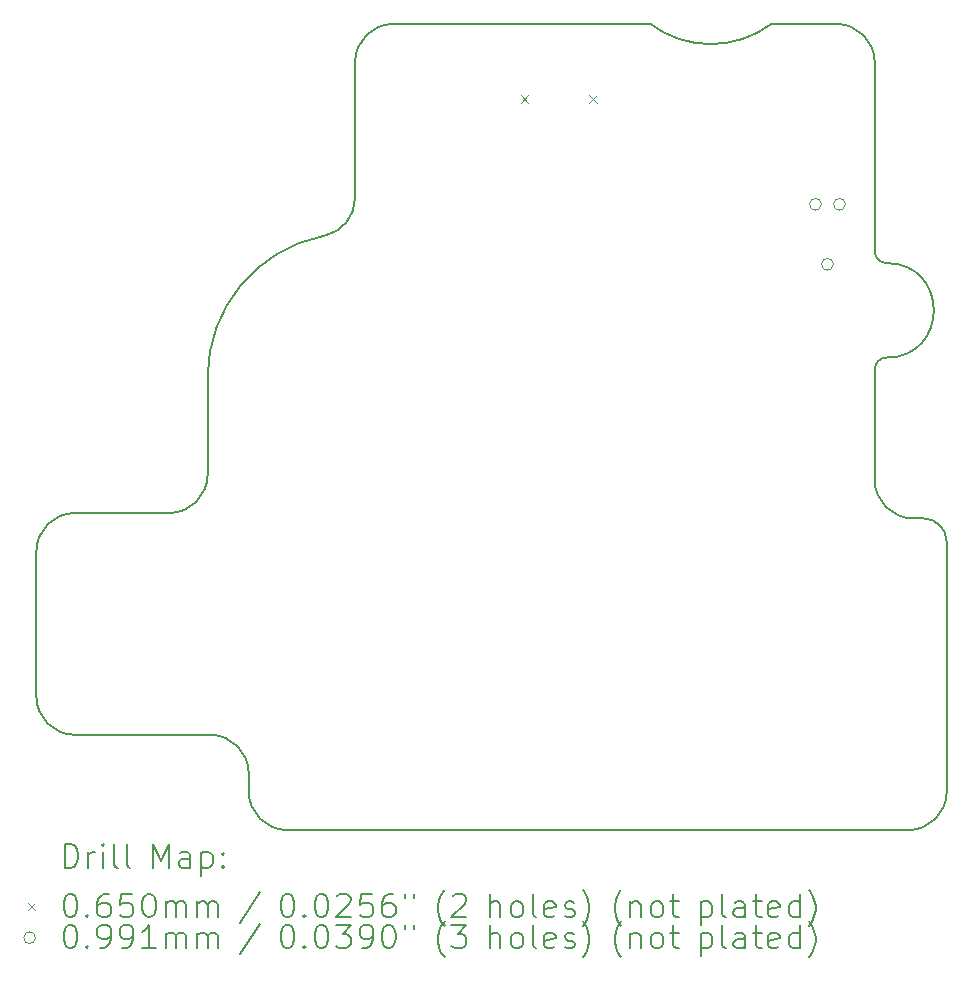
<source format=gbr>
%FSLAX45Y45*%
G04 Gerber Fmt 4.5, Leading zero omitted, Abs format (unit mm)*
G04 Created by KiCad (PCBNEW (6.99.0-874-g7b84e0a7d9-dirty)) date 2022-02-16 19:00:57*
%MOMM*%
%LPD*%
G01*
G04 APERTURE LIST*
%TA.AperFunction,Profile*%
%ADD10C,0.160000*%
%TD*%
%ADD11C,0.200000*%
%ADD12C,0.065000*%
%ADD13C,0.099060*%
G04 APERTURE END LIST*
D10*
X13800000Y-10275000D02*
X11625000Y-10275000D01*
X9726800Y-14416000D02*
X8926800Y-14416000D01*
X8601800Y-14741000D02*
X8601800Y-15969000D01*
X15700000Y-14136000D02*
G75*
G03*
X16025000Y-14461000I325033J33D01*
G01*
X15700000Y-14136000D02*
X15700000Y-13200000D01*
X10725000Y-17100000D02*
X15985000Y-17100000D01*
X8926800Y-14416000D02*
G75*
G03*
X8601800Y-14741000I-138J-324863D01*
G01*
X15800000Y-13100000D02*
G75*
G03*
X15800000Y-12300000I0J400000D01*
G01*
X16310000Y-16775000D02*
X16310000Y-16675000D01*
X9726800Y-14416000D02*
G75*
G03*
X10051800Y-14091000I-33J325033D01*
G01*
X11300000Y-10600000D02*
X11300000Y-11750000D01*
X15700000Y-10600000D02*
G75*
G03*
X15375000Y-10275000I-325033J-33D01*
G01*
X10400000Y-16619000D02*
X10400000Y-16775000D01*
X11037300Y-12069000D02*
G75*
G03*
X11300000Y-11750000I-62310J318981D01*
G01*
X16110000Y-14461000D02*
X16025000Y-14461000D01*
X10400000Y-16775000D02*
G75*
G03*
X10725000Y-17100000I325033J33D01*
G01*
X16310000Y-16675000D02*
X16310000Y-14661000D01*
X13800000Y-10275000D02*
G75*
G03*
X14825000Y-10275000I512500J683500D01*
G01*
X8926800Y-16294000D02*
X10075000Y-16294000D01*
X10051800Y-13265700D02*
X10051800Y-14091000D01*
X10400000Y-16619000D02*
G75*
G03*
X10075000Y-16294000I-325033J-33D01*
G01*
X15800000Y-13100000D02*
G75*
G03*
X15700000Y-13200000I37J-100037D01*
G01*
X15375000Y-10275000D02*
X14825000Y-10275000D01*
X11037300Y-12069000D02*
G75*
G03*
X10051800Y-13265700I233716J-1196605D01*
G01*
X15985000Y-17100000D02*
G75*
G03*
X16310000Y-16775000I-33J325033D01*
G01*
X16310000Y-14661000D02*
G75*
G03*
X16110000Y-14461000I-200073J-73D01*
G01*
X15700000Y-12200000D02*
G75*
G03*
X15800000Y-12300000I100037J37D01*
G01*
X8601800Y-15969000D02*
G75*
G03*
X8926800Y-16294000I324863J-138D01*
G01*
X11625000Y-10275000D02*
G75*
G03*
X11300000Y-10600000I33J-325033D01*
G01*
X15700000Y-12200000D02*
X15700000Y-10600000D01*
D11*
D12*
X12703500Y-10877500D02*
X12768500Y-10942500D01*
X12768500Y-10877500D02*
X12703500Y-10942500D01*
X13281500Y-10877500D02*
X13346500Y-10942500D01*
X13346500Y-10877500D02*
X13281500Y-10942500D01*
D13*
X15247930Y-11802000D02*
G75*
G03*
X15247930Y-11802000I-49530J0D01*
G01*
X15349530Y-12310000D02*
G75*
G03*
X15349530Y-12310000I-49530J0D01*
G01*
X15451130Y-11802000D02*
G75*
G03*
X15451130Y-11802000I-49530J0D01*
G01*
D11*
X8841419Y-17418476D02*
X8841419Y-17218476D01*
X8841419Y-17218476D02*
X8889038Y-17218476D01*
X8889038Y-17218476D02*
X8917610Y-17228000D01*
X8917610Y-17228000D02*
X8936657Y-17247048D01*
X8936657Y-17247048D02*
X8946181Y-17266095D01*
X8946181Y-17266095D02*
X8955705Y-17304190D01*
X8955705Y-17304190D02*
X8955705Y-17332762D01*
X8955705Y-17332762D02*
X8946181Y-17370857D01*
X8946181Y-17370857D02*
X8936657Y-17389905D01*
X8936657Y-17389905D02*
X8917610Y-17408952D01*
X8917610Y-17408952D02*
X8889038Y-17418476D01*
X8889038Y-17418476D02*
X8841419Y-17418476D01*
X9041419Y-17418476D02*
X9041419Y-17285143D01*
X9041419Y-17323238D02*
X9050943Y-17304190D01*
X9050943Y-17304190D02*
X9060467Y-17294667D01*
X9060467Y-17294667D02*
X9079514Y-17285143D01*
X9079514Y-17285143D02*
X9098562Y-17285143D01*
X9165229Y-17418476D02*
X9165229Y-17285143D01*
X9165229Y-17218476D02*
X9155705Y-17228000D01*
X9155705Y-17228000D02*
X9165229Y-17237524D01*
X9165229Y-17237524D02*
X9174752Y-17228000D01*
X9174752Y-17228000D02*
X9165229Y-17218476D01*
X9165229Y-17218476D02*
X9165229Y-17237524D01*
X9289038Y-17418476D02*
X9269990Y-17408952D01*
X9269990Y-17408952D02*
X9260467Y-17389905D01*
X9260467Y-17389905D02*
X9260467Y-17218476D01*
X9393800Y-17418476D02*
X9374752Y-17408952D01*
X9374752Y-17408952D02*
X9365229Y-17389905D01*
X9365229Y-17389905D02*
X9365229Y-17218476D01*
X9589990Y-17418476D02*
X9589990Y-17218476D01*
X9589990Y-17218476D02*
X9656657Y-17361333D01*
X9656657Y-17361333D02*
X9723324Y-17218476D01*
X9723324Y-17218476D02*
X9723324Y-17418476D01*
X9904276Y-17418476D02*
X9904276Y-17313714D01*
X9904276Y-17313714D02*
X9894752Y-17294667D01*
X9894752Y-17294667D02*
X9875705Y-17285143D01*
X9875705Y-17285143D02*
X9837609Y-17285143D01*
X9837609Y-17285143D02*
X9818562Y-17294667D01*
X9904276Y-17408952D02*
X9885229Y-17418476D01*
X9885229Y-17418476D02*
X9837609Y-17418476D01*
X9837609Y-17418476D02*
X9818562Y-17408952D01*
X9818562Y-17408952D02*
X9809038Y-17389905D01*
X9809038Y-17389905D02*
X9809038Y-17370857D01*
X9809038Y-17370857D02*
X9818562Y-17351810D01*
X9818562Y-17351810D02*
X9837609Y-17342286D01*
X9837609Y-17342286D02*
X9885229Y-17342286D01*
X9885229Y-17342286D02*
X9904276Y-17332762D01*
X9999514Y-17285143D02*
X9999514Y-17485143D01*
X9999514Y-17294667D02*
X10018562Y-17285143D01*
X10018562Y-17285143D02*
X10056657Y-17285143D01*
X10056657Y-17285143D02*
X10075705Y-17294667D01*
X10075705Y-17294667D02*
X10085229Y-17304190D01*
X10085229Y-17304190D02*
X10094752Y-17323238D01*
X10094752Y-17323238D02*
X10094752Y-17380381D01*
X10094752Y-17380381D02*
X10085229Y-17399429D01*
X10085229Y-17399429D02*
X10075705Y-17408952D01*
X10075705Y-17408952D02*
X10056657Y-17418476D01*
X10056657Y-17418476D02*
X10018562Y-17418476D01*
X10018562Y-17418476D02*
X9999514Y-17408952D01*
X10180467Y-17399429D02*
X10189990Y-17408952D01*
X10189990Y-17408952D02*
X10180467Y-17418476D01*
X10180467Y-17418476D02*
X10170943Y-17408952D01*
X10170943Y-17408952D02*
X10180467Y-17399429D01*
X10180467Y-17399429D02*
X10180467Y-17418476D01*
X10180467Y-17294667D02*
X10189990Y-17304190D01*
X10189990Y-17304190D02*
X10180467Y-17313714D01*
X10180467Y-17313714D02*
X10170943Y-17304190D01*
X10170943Y-17304190D02*
X10180467Y-17294667D01*
X10180467Y-17294667D02*
X10180467Y-17313714D01*
D12*
X8528800Y-17715500D02*
X8593800Y-17780500D01*
X8593800Y-17715500D02*
X8528800Y-17780500D01*
D11*
X8879514Y-17638476D02*
X8898562Y-17638476D01*
X8898562Y-17638476D02*
X8917610Y-17648000D01*
X8917610Y-17648000D02*
X8927133Y-17657524D01*
X8927133Y-17657524D02*
X8936657Y-17676571D01*
X8936657Y-17676571D02*
X8946181Y-17714667D01*
X8946181Y-17714667D02*
X8946181Y-17762286D01*
X8946181Y-17762286D02*
X8936657Y-17800381D01*
X8936657Y-17800381D02*
X8927133Y-17819429D01*
X8927133Y-17819429D02*
X8917610Y-17828952D01*
X8917610Y-17828952D02*
X8898562Y-17838476D01*
X8898562Y-17838476D02*
X8879514Y-17838476D01*
X8879514Y-17838476D02*
X8860467Y-17828952D01*
X8860467Y-17828952D02*
X8850943Y-17819429D01*
X8850943Y-17819429D02*
X8841419Y-17800381D01*
X8841419Y-17800381D02*
X8831895Y-17762286D01*
X8831895Y-17762286D02*
X8831895Y-17714667D01*
X8831895Y-17714667D02*
X8841419Y-17676571D01*
X8841419Y-17676571D02*
X8850943Y-17657524D01*
X8850943Y-17657524D02*
X8860467Y-17648000D01*
X8860467Y-17648000D02*
X8879514Y-17638476D01*
X9031895Y-17819429D02*
X9041419Y-17828952D01*
X9041419Y-17828952D02*
X9031895Y-17838476D01*
X9031895Y-17838476D02*
X9022371Y-17828952D01*
X9022371Y-17828952D02*
X9031895Y-17819429D01*
X9031895Y-17819429D02*
X9031895Y-17838476D01*
X9212848Y-17638476D02*
X9174752Y-17638476D01*
X9174752Y-17638476D02*
X9155705Y-17648000D01*
X9155705Y-17648000D02*
X9146181Y-17657524D01*
X9146181Y-17657524D02*
X9127133Y-17686095D01*
X9127133Y-17686095D02*
X9117610Y-17724190D01*
X9117610Y-17724190D02*
X9117610Y-17800381D01*
X9117610Y-17800381D02*
X9127133Y-17819429D01*
X9127133Y-17819429D02*
X9136657Y-17828952D01*
X9136657Y-17828952D02*
X9155705Y-17838476D01*
X9155705Y-17838476D02*
X9193800Y-17838476D01*
X9193800Y-17838476D02*
X9212848Y-17828952D01*
X9212848Y-17828952D02*
X9222371Y-17819429D01*
X9222371Y-17819429D02*
X9231895Y-17800381D01*
X9231895Y-17800381D02*
X9231895Y-17752762D01*
X9231895Y-17752762D02*
X9222371Y-17733714D01*
X9222371Y-17733714D02*
X9212848Y-17724190D01*
X9212848Y-17724190D02*
X9193800Y-17714667D01*
X9193800Y-17714667D02*
X9155705Y-17714667D01*
X9155705Y-17714667D02*
X9136657Y-17724190D01*
X9136657Y-17724190D02*
X9127133Y-17733714D01*
X9127133Y-17733714D02*
X9117610Y-17752762D01*
X9412848Y-17638476D02*
X9317610Y-17638476D01*
X9317610Y-17638476D02*
X9308086Y-17733714D01*
X9308086Y-17733714D02*
X9317610Y-17724190D01*
X9317610Y-17724190D02*
X9336657Y-17714667D01*
X9336657Y-17714667D02*
X9384276Y-17714667D01*
X9384276Y-17714667D02*
X9403324Y-17724190D01*
X9403324Y-17724190D02*
X9412848Y-17733714D01*
X9412848Y-17733714D02*
X9422371Y-17752762D01*
X9422371Y-17752762D02*
X9422371Y-17800381D01*
X9422371Y-17800381D02*
X9412848Y-17819429D01*
X9412848Y-17819429D02*
X9403324Y-17828952D01*
X9403324Y-17828952D02*
X9384276Y-17838476D01*
X9384276Y-17838476D02*
X9336657Y-17838476D01*
X9336657Y-17838476D02*
X9317610Y-17828952D01*
X9317610Y-17828952D02*
X9308086Y-17819429D01*
X9546181Y-17638476D02*
X9565229Y-17638476D01*
X9565229Y-17638476D02*
X9584276Y-17648000D01*
X9584276Y-17648000D02*
X9593800Y-17657524D01*
X9593800Y-17657524D02*
X9603324Y-17676571D01*
X9603324Y-17676571D02*
X9612848Y-17714667D01*
X9612848Y-17714667D02*
X9612848Y-17762286D01*
X9612848Y-17762286D02*
X9603324Y-17800381D01*
X9603324Y-17800381D02*
X9593800Y-17819429D01*
X9593800Y-17819429D02*
X9584276Y-17828952D01*
X9584276Y-17828952D02*
X9565229Y-17838476D01*
X9565229Y-17838476D02*
X9546181Y-17838476D01*
X9546181Y-17838476D02*
X9527133Y-17828952D01*
X9527133Y-17828952D02*
X9517610Y-17819429D01*
X9517610Y-17819429D02*
X9508086Y-17800381D01*
X9508086Y-17800381D02*
X9498562Y-17762286D01*
X9498562Y-17762286D02*
X9498562Y-17714667D01*
X9498562Y-17714667D02*
X9508086Y-17676571D01*
X9508086Y-17676571D02*
X9517610Y-17657524D01*
X9517610Y-17657524D02*
X9527133Y-17648000D01*
X9527133Y-17648000D02*
X9546181Y-17638476D01*
X9698562Y-17838476D02*
X9698562Y-17705143D01*
X9698562Y-17724190D02*
X9708086Y-17714667D01*
X9708086Y-17714667D02*
X9727133Y-17705143D01*
X9727133Y-17705143D02*
X9755705Y-17705143D01*
X9755705Y-17705143D02*
X9774752Y-17714667D01*
X9774752Y-17714667D02*
X9784276Y-17733714D01*
X9784276Y-17733714D02*
X9784276Y-17838476D01*
X9784276Y-17733714D02*
X9793800Y-17714667D01*
X9793800Y-17714667D02*
X9812848Y-17705143D01*
X9812848Y-17705143D02*
X9841419Y-17705143D01*
X9841419Y-17705143D02*
X9860467Y-17714667D01*
X9860467Y-17714667D02*
X9869991Y-17733714D01*
X9869991Y-17733714D02*
X9869991Y-17838476D01*
X9965229Y-17838476D02*
X9965229Y-17705143D01*
X9965229Y-17724190D02*
X9974752Y-17714667D01*
X9974752Y-17714667D02*
X9993800Y-17705143D01*
X9993800Y-17705143D02*
X10022372Y-17705143D01*
X10022372Y-17705143D02*
X10041419Y-17714667D01*
X10041419Y-17714667D02*
X10050943Y-17733714D01*
X10050943Y-17733714D02*
X10050943Y-17838476D01*
X10050943Y-17733714D02*
X10060467Y-17714667D01*
X10060467Y-17714667D02*
X10079514Y-17705143D01*
X10079514Y-17705143D02*
X10108086Y-17705143D01*
X10108086Y-17705143D02*
X10127133Y-17714667D01*
X10127133Y-17714667D02*
X10136657Y-17733714D01*
X10136657Y-17733714D02*
X10136657Y-17838476D01*
X10494752Y-17628952D02*
X10323324Y-17886095D01*
X10719514Y-17638476D02*
X10738562Y-17638476D01*
X10738562Y-17638476D02*
X10757610Y-17648000D01*
X10757610Y-17648000D02*
X10767133Y-17657524D01*
X10767133Y-17657524D02*
X10776657Y-17676571D01*
X10776657Y-17676571D02*
X10786181Y-17714667D01*
X10786181Y-17714667D02*
X10786181Y-17762286D01*
X10786181Y-17762286D02*
X10776657Y-17800381D01*
X10776657Y-17800381D02*
X10767133Y-17819429D01*
X10767133Y-17819429D02*
X10757610Y-17828952D01*
X10757610Y-17828952D02*
X10738562Y-17838476D01*
X10738562Y-17838476D02*
X10719514Y-17838476D01*
X10719514Y-17838476D02*
X10700467Y-17828952D01*
X10700467Y-17828952D02*
X10690943Y-17819429D01*
X10690943Y-17819429D02*
X10681419Y-17800381D01*
X10681419Y-17800381D02*
X10671895Y-17762286D01*
X10671895Y-17762286D02*
X10671895Y-17714667D01*
X10671895Y-17714667D02*
X10681419Y-17676571D01*
X10681419Y-17676571D02*
X10690943Y-17657524D01*
X10690943Y-17657524D02*
X10700467Y-17648000D01*
X10700467Y-17648000D02*
X10719514Y-17638476D01*
X10871895Y-17819429D02*
X10881419Y-17828952D01*
X10881419Y-17828952D02*
X10871895Y-17838476D01*
X10871895Y-17838476D02*
X10862372Y-17828952D01*
X10862372Y-17828952D02*
X10871895Y-17819429D01*
X10871895Y-17819429D02*
X10871895Y-17838476D01*
X11005229Y-17638476D02*
X11024276Y-17638476D01*
X11024276Y-17638476D02*
X11043324Y-17648000D01*
X11043324Y-17648000D02*
X11052848Y-17657524D01*
X11052848Y-17657524D02*
X11062372Y-17676571D01*
X11062372Y-17676571D02*
X11071895Y-17714667D01*
X11071895Y-17714667D02*
X11071895Y-17762286D01*
X11071895Y-17762286D02*
X11062372Y-17800381D01*
X11062372Y-17800381D02*
X11052848Y-17819429D01*
X11052848Y-17819429D02*
X11043324Y-17828952D01*
X11043324Y-17828952D02*
X11024276Y-17838476D01*
X11024276Y-17838476D02*
X11005229Y-17838476D01*
X11005229Y-17838476D02*
X10986181Y-17828952D01*
X10986181Y-17828952D02*
X10976657Y-17819429D01*
X10976657Y-17819429D02*
X10967133Y-17800381D01*
X10967133Y-17800381D02*
X10957610Y-17762286D01*
X10957610Y-17762286D02*
X10957610Y-17714667D01*
X10957610Y-17714667D02*
X10967133Y-17676571D01*
X10967133Y-17676571D02*
X10976657Y-17657524D01*
X10976657Y-17657524D02*
X10986181Y-17648000D01*
X10986181Y-17648000D02*
X11005229Y-17638476D01*
X11148086Y-17657524D02*
X11157610Y-17648000D01*
X11157610Y-17648000D02*
X11176657Y-17638476D01*
X11176657Y-17638476D02*
X11224276Y-17638476D01*
X11224276Y-17638476D02*
X11243324Y-17648000D01*
X11243324Y-17648000D02*
X11252848Y-17657524D01*
X11252848Y-17657524D02*
X11262371Y-17676571D01*
X11262371Y-17676571D02*
X11262371Y-17695619D01*
X11262371Y-17695619D02*
X11252848Y-17724190D01*
X11252848Y-17724190D02*
X11138562Y-17838476D01*
X11138562Y-17838476D02*
X11262371Y-17838476D01*
X11443324Y-17638476D02*
X11348086Y-17638476D01*
X11348086Y-17638476D02*
X11338562Y-17733714D01*
X11338562Y-17733714D02*
X11348086Y-17724190D01*
X11348086Y-17724190D02*
X11367133Y-17714667D01*
X11367133Y-17714667D02*
X11414752Y-17714667D01*
X11414752Y-17714667D02*
X11433800Y-17724190D01*
X11433800Y-17724190D02*
X11443324Y-17733714D01*
X11443324Y-17733714D02*
X11452848Y-17752762D01*
X11452848Y-17752762D02*
X11452848Y-17800381D01*
X11452848Y-17800381D02*
X11443324Y-17819429D01*
X11443324Y-17819429D02*
X11433800Y-17828952D01*
X11433800Y-17828952D02*
X11414752Y-17838476D01*
X11414752Y-17838476D02*
X11367133Y-17838476D01*
X11367133Y-17838476D02*
X11348086Y-17828952D01*
X11348086Y-17828952D02*
X11338562Y-17819429D01*
X11624276Y-17638476D02*
X11586181Y-17638476D01*
X11586181Y-17638476D02*
X11567133Y-17648000D01*
X11567133Y-17648000D02*
X11557610Y-17657524D01*
X11557610Y-17657524D02*
X11538562Y-17686095D01*
X11538562Y-17686095D02*
X11529038Y-17724190D01*
X11529038Y-17724190D02*
X11529038Y-17800381D01*
X11529038Y-17800381D02*
X11538562Y-17819429D01*
X11538562Y-17819429D02*
X11548086Y-17828952D01*
X11548086Y-17828952D02*
X11567133Y-17838476D01*
X11567133Y-17838476D02*
X11605229Y-17838476D01*
X11605229Y-17838476D02*
X11624276Y-17828952D01*
X11624276Y-17828952D02*
X11633800Y-17819429D01*
X11633800Y-17819429D02*
X11643324Y-17800381D01*
X11643324Y-17800381D02*
X11643324Y-17752762D01*
X11643324Y-17752762D02*
X11633800Y-17733714D01*
X11633800Y-17733714D02*
X11624276Y-17724190D01*
X11624276Y-17724190D02*
X11605229Y-17714667D01*
X11605229Y-17714667D02*
X11567133Y-17714667D01*
X11567133Y-17714667D02*
X11548086Y-17724190D01*
X11548086Y-17724190D02*
X11538562Y-17733714D01*
X11538562Y-17733714D02*
X11529038Y-17752762D01*
X11719514Y-17638476D02*
X11719514Y-17676571D01*
X11795705Y-17638476D02*
X11795705Y-17676571D01*
X12058562Y-17914667D02*
X12049038Y-17905143D01*
X12049038Y-17905143D02*
X12029991Y-17876571D01*
X12029991Y-17876571D02*
X12020467Y-17857524D01*
X12020467Y-17857524D02*
X12010943Y-17828952D01*
X12010943Y-17828952D02*
X12001419Y-17781333D01*
X12001419Y-17781333D02*
X12001419Y-17743238D01*
X12001419Y-17743238D02*
X12010943Y-17695619D01*
X12010943Y-17695619D02*
X12020467Y-17667048D01*
X12020467Y-17667048D02*
X12029991Y-17648000D01*
X12029991Y-17648000D02*
X12049038Y-17619429D01*
X12049038Y-17619429D02*
X12058562Y-17609905D01*
X12125229Y-17657524D02*
X12134752Y-17648000D01*
X12134752Y-17648000D02*
X12153800Y-17638476D01*
X12153800Y-17638476D02*
X12201419Y-17638476D01*
X12201419Y-17638476D02*
X12220467Y-17648000D01*
X12220467Y-17648000D02*
X12229991Y-17657524D01*
X12229991Y-17657524D02*
X12239514Y-17676571D01*
X12239514Y-17676571D02*
X12239514Y-17695619D01*
X12239514Y-17695619D02*
X12229991Y-17724190D01*
X12229991Y-17724190D02*
X12115705Y-17838476D01*
X12115705Y-17838476D02*
X12239514Y-17838476D01*
X12445229Y-17838476D02*
X12445229Y-17638476D01*
X12530943Y-17838476D02*
X12530943Y-17733714D01*
X12530943Y-17733714D02*
X12521419Y-17714667D01*
X12521419Y-17714667D02*
X12502372Y-17705143D01*
X12502372Y-17705143D02*
X12473800Y-17705143D01*
X12473800Y-17705143D02*
X12454752Y-17714667D01*
X12454752Y-17714667D02*
X12445229Y-17724190D01*
X12654752Y-17838476D02*
X12635705Y-17828952D01*
X12635705Y-17828952D02*
X12626181Y-17819429D01*
X12626181Y-17819429D02*
X12616657Y-17800381D01*
X12616657Y-17800381D02*
X12616657Y-17743238D01*
X12616657Y-17743238D02*
X12626181Y-17724190D01*
X12626181Y-17724190D02*
X12635705Y-17714667D01*
X12635705Y-17714667D02*
X12654752Y-17705143D01*
X12654752Y-17705143D02*
X12683324Y-17705143D01*
X12683324Y-17705143D02*
X12702372Y-17714667D01*
X12702372Y-17714667D02*
X12711895Y-17724190D01*
X12711895Y-17724190D02*
X12721419Y-17743238D01*
X12721419Y-17743238D02*
X12721419Y-17800381D01*
X12721419Y-17800381D02*
X12711895Y-17819429D01*
X12711895Y-17819429D02*
X12702372Y-17828952D01*
X12702372Y-17828952D02*
X12683324Y-17838476D01*
X12683324Y-17838476D02*
X12654752Y-17838476D01*
X12835705Y-17838476D02*
X12816657Y-17828952D01*
X12816657Y-17828952D02*
X12807133Y-17809905D01*
X12807133Y-17809905D02*
X12807133Y-17638476D01*
X12988086Y-17828952D02*
X12969038Y-17838476D01*
X12969038Y-17838476D02*
X12930943Y-17838476D01*
X12930943Y-17838476D02*
X12911895Y-17828952D01*
X12911895Y-17828952D02*
X12902372Y-17809905D01*
X12902372Y-17809905D02*
X12902372Y-17733714D01*
X12902372Y-17733714D02*
X12911895Y-17714667D01*
X12911895Y-17714667D02*
X12930943Y-17705143D01*
X12930943Y-17705143D02*
X12969038Y-17705143D01*
X12969038Y-17705143D02*
X12988086Y-17714667D01*
X12988086Y-17714667D02*
X12997610Y-17733714D01*
X12997610Y-17733714D02*
X12997610Y-17752762D01*
X12997610Y-17752762D02*
X12902372Y-17771810D01*
X13073800Y-17828952D02*
X13092848Y-17838476D01*
X13092848Y-17838476D02*
X13130943Y-17838476D01*
X13130943Y-17838476D02*
X13149991Y-17828952D01*
X13149991Y-17828952D02*
X13159514Y-17809905D01*
X13159514Y-17809905D02*
X13159514Y-17800381D01*
X13159514Y-17800381D02*
X13149991Y-17781333D01*
X13149991Y-17781333D02*
X13130943Y-17771810D01*
X13130943Y-17771810D02*
X13102372Y-17771810D01*
X13102372Y-17771810D02*
X13083324Y-17762286D01*
X13083324Y-17762286D02*
X13073800Y-17743238D01*
X13073800Y-17743238D02*
X13073800Y-17733714D01*
X13073800Y-17733714D02*
X13083324Y-17714667D01*
X13083324Y-17714667D02*
X13102372Y-17705143D01*
X13102372Y-17705143D02*
X13130943Y-17705143D01*
X13130943Y-17705143D02*
X13149991Y-17714667D01*
X13226181Y-17914667D02*
X13235705Y-17905143D01*
X13235705Y-17905143D02*
X13254753Y-17876571D01*
X13254753Y-17876571D02*
X13264276Y-17857524D01*
X13264276Y-17857524D02*
X13273800Y-17828952D01*
X13273800Y-17828952D02*
X13283324Y-17781333D01*
X13283324Y-17781333D02*
X13283324Y-17743238D01*
X13283324Y-17743238D02*
X13273800Y-17695619D01*
X13273800Y-17695619D02*
X13264276Y-17667048D01*
X13264276Y-17667048D02*
X13254753Y-17648000D01*
X13254753Y-17648000D02*
X13235705Y-17619429D01*
X13235705Y-17619429D02*
X13226181Y-17609905D01*
X13555705Y-17914667D02*
X13546181Y-17905143D01*
X13546181Y-17905143D02*
X13527133Y-17876571D01*
X13527133Y-17876571D02*
X13517610Y-17857524D01*
X13517610Y-17857524D02*
X13508086Y-17828952D01*
X13508086Y-17828952D02*
X13498562Y-17781333D01*
X13498562Y-17781333D02*
X13498562Y-17743238D01*
X13498562Y-17743238D02*
X13508086Y-17695619D01*
X13508086Y-17695619D02*
X13517610Y-17667048D01*
X13517610Y-17667048D02*
X13527133Y-17648000D01*
X13527133Y-17648000D02*
X13546181Y-17619429D01*
X13546181Y-17619429D02*
X13555705Y-17609905D01*
X13631895Y-17705143D02*
X13631895Y-17838476D01*
X13631895Y-17724190D02*
X13641419Y-17714667D01*
X13641419Y-17714667D02*
X13660467Y-17705143D01*
X13660467Y-17705143D02*
X13689038Y-17705143D01*
X13689038Y-17705143D02*
X13708086Y-17714667D01*
X13708086Y-17714667D02*
X13717610Y-17733714D01*
X13717610Y-17733714D02*
X13717610Y-17838476D01*
X13841419Y-17838476D02*
X13822372Y-17828952D01*
X13822372Y-17828952D02*
X13812848Y-17819429D01*
X13812848Y-17819429D02*
X13803324Y-17800381D01*
X13803324Y-17800381D02*
X13803324Y-17743238D01*
X13803324Y-17743238D02*
X13812848Y-17724190D01*
X13812848Y-17724190D02*
X13822372Y-17714667D01*
X13822372Y-17714667D02*
X13841419Y-17705143D01*
X13841419Y-17705143D02*
X13869991Y-17705143D01*
X13869991Y-17705143D02*
X13889038Y-17714667D01*
X13889038Y-17714667D02*
X13898562Y-17724190D01*
X13898562Y-17724190D02*
X13908086Y-17743238D01*
X13908086Y-17743238D02*
X13908086Y-17800381D01*
X13908086Y-17800381D02*
X13898562Y-17819429D01*
X13898562Y-17819429D02*
X13889038Y-17828952D01*
X13889038Y-17828952D02*
X13869991Y-17838476D01*
X13869991Y-17838476D02*
X13841419Y-17838476D01*
X13965229Y-17705143D02*
X14041419Y-17705143D01*
X13993800Y-17638476D02*
X13993800Y-17809905D01*
X13993800Y-17809905D02*
X14003324Y-17828952D01*
X14003324Y-17828952D02*
X14022372Y-17838476D01*
X14022372Y-17838476D02*
X14041419Y-17838476D01*
X14228086Y-17705143D02*
X14228086Y-17905143D01*
X14228086Y-17714667D02*
X14247133Y-17705143D01*
X14247133Y-17705143D02*
X14285229Y-17705143D01*
X14285229Y-17705143D02*
X14304276Y-17714667D01*
X14304276Y-17714667D02*
X14313800Y-17724190D01*
X14313800Y-17724190D02*
X14323324Y-17743238D01*
X14323324Y-17743238D02*
X14323324Y-17800381D01*
X14323324Y-17800381D02*
X14313800Y-17819429D01*
X14313800Y-17819429D02*
X14304276Y-17828952D01*
X14304276Y-17828952D02*
X14285229Y-17838476D01*
X14285229Y-17838476D02*
X14247133Y-17838476D01*
X14247133Y-17838476D02*
X14228086Y-17828952D01*
X14437610Y-17838476D02*
X14418562Y-17828952D01*
X14418562Y-17828952D02*
X14409038Y-17809905D01*
X14409038Y-17809905D02*
X14409038Y-17638476D01*
X14599514Y-17838476D02*
X14599514Y-17733714D01*
X14599514Y-17733714D02*
X14589991Y-17714667D01*
X14589991Y-17714667D02*
X14570943Y-17705143D01*
X14570943Y-17705143D02*
X14532848Y-17705143D01*
X14532848Y-17705143D02*
X14513800Y-17714667D01*
X14599514Y-17828952D02*
X14580467Y-17838476D01*
X14580467Y-17838476D02*
X14532848Y-17838476D01*
X14532848Y-17838476D02*
X14513800Y-17828952D01*
X14513800Y-17828952D02*
X14504276Y-17809905D01*
X14504276Y-17809905D02*
X14504276Y-17790857D01*
X14504276Y-17790857D02*
X14513800Y-17771810D01*
X14513800Y-17771810D02*
X14532848Y-17762286D01*
X14532848Y-17762286D02*
X14580467Y-17762286D01*
X14580467Y-17762286D02*
X14599514Y-17752762D01*
X14666181Y-17705143D02*
X14742372Y-17705143D01*
X14694753Y-17638476D02*
X14694753Y-17809905D01*
X14694753Y-17809905D02*
X14704276Y-17828952D01*
X14704276Y-17828952D02*
X14723324Y-17838476D01*
X14723324Y-17838476D02*
X14742372Y-17838476D01*
X14885229Y-17828952D02*
X14866181Y-17838476D01*
X14866181Y-17838476D02*
X14828086Y-17838476D01*
X14828086Y-17838476D02*
X14809038Y-17828952D01*
X14809038Y-17828952D02*
X14799514Y-17809905D01*
X14799514Y-17809905D02*
X14799514Y-17733714D01*
X14799514Y-17733714D02*
X14809038Y-17714667D01*
X14809038Y-17714667D02*
X14828086Y-17705143D01*
X14828086Y-17705143D02*
X14866181Y-17705143D01*
X14866181Y-17705143D02*
X14885229Y-17714667D01*
X14885229Y-17714667D02*
X14894753Y-17733714D01*
X14894753Y-17733714D02*
X14894753Y-17752762D01*
X14894753Y-17752762D02*
X14799514Y-17771810D01*
X15066181Y-17838476D02*
X15066181Y-17638476D01*
X15066181Y-17828952D02*
X15047134Y-17838476D01*
X15047134Y-17838476D02*
X15009038Y-17838476D01*
X15009038Y-17838476D02*
X14989991Y-17828952D01*
X14989991Y-17828952D02*
X14980467Y-17819429D01*
X14980467Y-17819429D02*
X14970943Y-17800381D01*
X14970943Y-17800381D02*
X14970943Y-17743238D01*
X14970943Y-17743238D02*
X14980467Y-17724190D01*
X14980467Y-17724190D02*
X14989991Y-17714667D01*
X14989991Y-17714667D02*
X15009038Y-17705143D01*
X15009038Y-17705143D02*
X15047134Y-17705143D01*
X15047134Y-17705143D02*
X15066181Y-17714667D01*
X15142372Y-17914667D02*
X15151895Y-17905143D01*
X15151895Y-17905143D02*
X15170943Y-17876571D01*
X15170943Y-17876571D02*
X15180467Y-17857524D01*
X15180467Y-17857524D02*
X15189991Y-17828952D01*
X15189991Y-17828952D02*
X15199514Y-17781333D01*
X15199514Y-17781333D02*
X15199514Y-17743238D01*
X15199514Y-17743238D02*
X15189991Y-17695619D01*
X15189991Y-17695619D02*
X15180467Y-17667048D01*
X15180467Y-17667048D02*
X15170943Y-17648000D01*
X15170943Y-17648000D02*
X15151895Y-17619429D01*
X15151895Y-17619429D02*
X15142372Y-17609905D01*
D13*
X8593800Y-18012000D02*
G75*
G03*
X8593800Y-18012000I-49530J0D01*
G01*
D11*
X8879514Y-17902476D02*
X8898562Y-17902476D01*
X8898562Y-17902476D02*
X8917610Y-17912000D01*
X8917610Y-17912000D02*
X8927133Y-17921524D01*
X8927133Y-17921524D02*
X8936657Y-17940571D01*
X8936657Y-17940571D02*
X8946181Y-17978667D01*
X8946181Y-17978667D02*
X8946181Y-18026286D01*
X8946181Y-18026286D02*
X8936657Y-18064381D01*
X8936657Y-18064381D02*
X8927133Y-18083429D01*
X8927133Y-18083429D02*
X8917610Y-18092952D01*
X8917610Y-18092952D02*
X8898562Y-18102476D01*
X8898562Y-18102476D02*
X8879514Y-18102476D01*
X8879514Y-18102476D02*
X8860467Y-18092952D01*
X8860467Y-18092952D02*
X8850943Y-18083429D01*
X8850943Y-18083429D02*
X8841419Y-18064381D01*
X8841419Y-18064381D02*
X8831895Y-18026286D01*
X8831895Y-18026286D02*
X8831895Y-17978667D01*
X8831895Y-17978667D02*
X8841419Y-17940571D01*
X8841419Y-17940571D02*
X8850943Y-17921524D01*
X8850943Y-17921524D02*
X8860467Y-17912000D01*
X8860467Y-17912000D02*
X8879514Y-17902476D01*
X9031895Y-18083429D02*
X9041419Y-18092952D01*
X9041419Y-18092952D02*
X9031895Y-18102476D01*
X9031895Y-18102476D02*
X9022371Y-18092952D01*
X9022371Y-18092952D02*
X9031895Y-18083429D01*
X9031895Y-18083429D02*
X9031895Y-18102476D01*
X9136657Y-18102476D02*
X9174752Y-18102476D01*
X9174752Y-18102476D02*
X9193800Y-18092952D01*
X9193800Y-18092952D02*
X9203324Y-18083429D01*
X9203324Y-18083429D02*
X9222371Y-18054857D01*
X9222371Y-18054857D02*
X9231895Y-18016762D01*
X9231895Y-18016762D02*
X9231895Y-17940571D01*
X9231895Y-17940571D02*
X9222371Y-17921524D01*
X9222371Y-17921524D02*
X9212848Y-17912000D01*
X9212848Y-17912000D02*
X9193800Y-17902476D01*
X9193800Y-17902476D02*
X9155705Y-17902476D01*
X9155705Y-17902476D02*
X9136657Y-17912000D01*
X9136657Y-17912000D02*
X9127133Y-17921524D01*
X9127133Y-17921524D02*
X9117610Y-17940571D01*
X9117610Y-17940571D02*
X9117610Y-17988190D01*
X9117610Y-17988190D02*
X9127133Y-18007238D01*
X9127133Y-18007238D02*
X9136657Y-18016762D01*
X9136657Y-18016762D02*
X9155705Y-18026286D01*
X9155705Y-18026286D02*
X9193800Y-18026286D01*
X9193800Y-18026286D02*
X9212848Y-18016762D01*
X9212848Y-18016762D02*
X9222371Y-18007238D01*
X9222371Y-18007238D02*
X9231895Y-17988190D01*
X9327133Y-18102476D02*
X9365229Y-18102476D01*
X9365229Y-18102476D02*
X9384276Y-18092952D01*
X9384276Y-18092952D02*
X9393800Y-18083429D01*
X9393800Y-18083429D02*
X9412848Y-18054857D01*
X9412848Y-18054857D02*
X9422371Y-18016762D01*
X9422371Y-18016762D02*
X9422371Y-17940571D01*
X9422371Y-17940571D02*
X9412848Y-17921524D01*
X9412848Y-17921524D02*
X9403324Y-17912000D01*
X9403324Y-17912000D02*
X9384276Y-17902476D01*
X9384276Y-17902476D02*
X9346181Y-17902476D01*
X9346181Y-17902476D02*
X9327133Y-17912000D01*
X9327133Y-17912000D02*
X9317610Y-17921524D01*
X9317610Y-17921524D02*
X9308086Y-17940571D01*
X9308086Y-17940571D02*
X9308086Y-17988190D01*
X9308086Y-17988190D02*
X9317610Y-18007238D01*
X9317610Y-18007238D02*
X9327133Y-18016762D01*
X9327133Y-18016762D02*
X9346181Y-18026286D01*
X9346181Y-18026286D02*
X9384276Y-18026286D01*
X9384276Y-18026286D02*
X9403324Y-18016762D01*
X9403324Y-18016762D02*
X9412848Y-18007238D01*
X9412848Y-18007238D02*
X9422371Y-17988190D01*
X9612848Y-18102476D02*
X9498562Y-18102476D01*
X9555705Y-18102476D02*
X9555705Y-17902476D01*
X9555705Y-17902476D02*
X9536657Y-17931048D01*
X9536657Y-17931048D02*
X9517610Y-17950095D01*
X9517610Y-17950095D02*
X9498562Y-17959619D01*
X9698562Y-18102476D02*
X9698562Y-17969143D01*
X9698562Y-17988190D02*
X9708086Y-17978667D01*
X9708086Y-17978667D02*
X9727133Y-17969143D01*
X9727133Y-17969143D02*
X9755705Y-17969143D01*
X9755705Y-17969143D02*
X9774752Y-17978667D01*
X9774752Y-17978667D02*
X9784276Y-17997714D01*
X9784276Y-17997714D02*
X9784276Y-18102476D01*
X9784276Y-17997714D02*
X9793800Y-17978667D01*
X9793800Y-17978667D02*
X9812848Y-17969143D01*
X9812848Y-17969143D02*
X9841419Y-17969143D01*
X9841419Y-17969143D02*
X9860467Y-17978667D01*
X9860467Y-17978667D02*
X9869991Y-17997714D01*
X9869991Y-17997714D02*
X9869991Y-18102476D01*
X9965229Y-18102476D02*
X9965229Y-17969143D01*
X9965229Y-17988190D02*
X9974752Y-17978667D01*
X9974752Y-17978667D02*
X9993800Y-17969143D01*
X9993800Y-17969143D02*
X10022372Y-17969143D01*
X10022372Y-17969143D02*
X10041419Y-17978667D01*
X10041419Y-17978667D02*
X10050943Y-17997714D01*
X10050943Y-17997714D02*
X10050943Y-18102476D01*
X10050943Y-17997714D02*
X10060467Y-17978667D01*
X10060467Y-17978667D02*
X10079514Y-17969143D01*
X10079514Y-17969143D02*
X10108086Y-17969143D01*
X10108086Y-17969143D02*
X10127133Y-17978667D01*
X10127133Y-17978667D02*
X10136657Y-17997714D01*
X10136657Y-17997714D02*
X10136657Y-18102476D01*
X10494752Y-17892952D02*
X10323324Y-18150095D01*
X10719514Y-17902476D02*
X10738562Y-17902476D01*
X10738562Y-17902476D02*
X10757610Y-17912000D01*
X10757610Y-17912000D02*
X10767133Y-17921524D01*
X10767133Y-17921524D02*
X10776657Y-17940571D01*
X10776657Y-17940571D02*
X10786181Y-17978667D01*
X10786181Y-17978667D02*
X10786181Y-18026286D01*
X10786181Y-18026286D02*
X10776657Y-18064381D01*
X10776657Y-18064381D02*
X10767133Y-18083429D01*
X10767133Y-18083429D02*
X10757610Y-18092952D01*
X10757610Y-18092952D02*
X10738562Y-18102476D01*
X10738562Y-18102476D02*
X10719514Y-18102476D01*
X10719514Y-18102476D02*
X10700467Y-18092952D01*
X10700467Y-18092952D02*
X10690943Y-18083429D01*
X10690943Y-18083429D02*
X10681419Y-18064381D01*
X10681419Y-18064381D02*
X10671895Y-18026286D01*
X10671895Y-18026286D02*
X10671895Y-17978667D01*
X10671895Y-17978667D02*
X10681419Y-17940571D01*
X10681419Y-17940571D02*
X10690943Y-17921524D01*
X10690943Y-17921524D02*
X10700467Y-17912000D01*
X10700467Y-17912000D02*
X10719514Y-17902476D01*
X10871895Y-18083429D02*
X10881419Y-18092952D01*
X10881419Y-18092952D02*
X10871895Y-18102476D01*
X10871895Y-18102476D02*
X10862372Y-18092952D01*
X10862372Y-18092952D02*
X10871895Y-18083429D01*
X10871895Y-18083429D02*
X10871895Y-18102476D01*
X11005229Y-17902476D02*
X11024276Y-17902476D01*
X11024276Y-17902476D02*
X11043324Y-17912000D01*
X11043324Y-17912000D02*
X11052848Y-17921524D01*
X11052848Y-17921524D02*
X11062372Y-17940571D01*
X11062372Y-17940571D02*
X11071895Y-17978667D01*
X11071895Y-17978667D02*
X11071895Y-18026286D01*
X11071895Y-18026286D02*
X11062372Y-18064381D01*
X11062372Y-18064381D02*
X11052848Y-18083429D01*
X11052848Y-18083429D02*
X11043324Y-18092952D01*
X11043324Y-18092952D02*
X11024276Y-18102476D01*
X11024276Y-18102476D02*
X11005229Y-18102476D01*
X11005229Y-18102476D02*
X10986181Y-18092952D01*
X10986181Y-18092952D02*
X10976657Y-18083429D01*
X10976657Y-18083429D02*
X10967133Y-18064381D01*
X10967133Y-18064381D02*
X10957610Y-18026286D01*
X10957610Y-18026286D02*
X10957610Y-17978667D01*
X10957610Y-17978667D02*
X10967133Y-17940571D01*
X10967133Y-17940571D02*
X10976657Y-17921524D01*
X10976657Y-17921524D02*
X10986181Y-17912000D01*
X10986181Y-17912000D02*
X11005229Y-17902476D01*
X11138562Y-17902476D02*
X11262371Y-17902476D01*
X11262371Y-17902476D02*
X11195705Y-17978667D01*
X11195705Y-17978667D02*
X11224276Y-17978667D01*
X11224276Y-17978667D02*
X11243324Y-17988190D01*
X11243324Y-17988190D02*
X11252848Y-17997714D01*
X11252848Y-17997714D02*
X11262371Y-18016762D01*
X11262371Y-18016762D02*
X11262371Y-18064381D01*
X11262371Y-18064381D02*
X11252848Y-18083429D01*
X11252848Y-18083429D02*
X11243324Y-18092952D01*
X11243324Y-18092952D02*
X11224276Y-18102476D01*
X11224276Y-18102476D02*
X11167133Y-18102476D01*
X11167133Y-18102476D02*
X11148086Y-18092952D01*
X11148086Y-18092952D02*
X11138562Y-18083429D01*
X11357610Y-18102476D02*
X11395705Y-18102476D01*
X11395705Y-18102476D02*
X11414752Y-18092952D01*
X11414752Y-18092952D02*
X11424276Y-18083429D01*
X11424276Y-18083429D02*
X11443324Y-18054857D01*
X11443324Y-18054857D02*
X11452848Y-18016762D01*
X11452848Y-18016762D02*
X11452848Y-17940571D01*
X11452848Y-17940571D02*
X11443324Y-17921524D01*
X11443324Y-17921524D02*
X11433800Y-17912000D01*
X11433800Y-17912000D02*
X11414752Y-17902476D01*
X11414752Y-17902476D02*
X11376657Y-17902476D01*
X11376657Y-17902476D02*
X11357610Y-17912000D01*
X11357610Y-17912000D02*
X11348086Y-17921524D01*
X11348086Y-17921524D02*
X11338562Y-17940571D01*
X11338562Y-17940571D02*
X11338562Y-17988190D01*
X11338562Y-17988190D02*
X11348086Y-18007238D01*
X11348086Y-18007238D02*
X11357610Y-18016762D01*
X11357610Y-18016762D02*
X11376657Y-18026286D01*
X11376657Y-18026286D02*
X11414752Y-18026286D01*
X11414752Y-18026286D02*
X11433800Y-18016762D01*
X11433800Y-18016762D02*
X11443324Y-18007238D01*
X11443324Y-18007238D02*
X11452848Y-17988190D01*
X11576657Y-17902476D02*
X11595705Y-17902476D01*
X11595705Y-17902476D02*
X11614752Y-17912000D01*
X11614752Y-17912000D02*
X11624276Y-17921524D01*
X11624276Y-17921524D02*
X11633800Y-17940571D01*
X11633800Y-17940571D02*
X11643324Y-17978667D01*
X11643324Y-17978667D02*
X11643324Y-18026286D01*
X11643324Y-18026286D02*
X11633800Y-18064381D01*
X11633800Y-18064381D02*
X11624276Y-18083429D01*
X11624276Y-18083429D02*
X11614752Y-18092952D01*
X11614752Y-18092952D02*
X11595705Y-18102476D01*
X11595705Y-18102476D02*
X11576657Y-18102476D01*
X11576657Y-18102476D02*
X11557610Y-18092952D01*
X11557610Y-18092952D02*
X11548086Y-18083429D01*
X11548086Y-18083429D02*
X11538562Y-18064381D01*
X11538562Y-18064381D02*
X11529038Y-18026286D01*
X11529038Y-18026286D02*
X11529038Y-17978667D01*
X11529038Y-17978667D02*
X11538562Y-17940571D01*
X11538562Y-17940571D02*
X11548086Y-17921524D01*
X11548086Y-17921524D02*
X11557610Y-17912000D01*
X11557610Y-17912000D02*
X11576657Y-17902476D01*
X11719514Y-17902476D02*
X11719514Y-17940571D01*
X11795705Y-17902476D02*
X11795705Y-17940571D01*
X12058562Y-18178667D02*
X12049038Y-18169143D01*
X12049038Y-18169143D02*
X12029991Y-18140571D01*
X12029991Y-18140571D02*
X12020467Y-18121524D01*
X12020467Y-18121524D02*
X12010943Y-18092952D01*
X12010943Y-18092952D02*
X12001419Y-18045333D01*
X12001419Y-18045333D02*
X12001419Y-18007238D01*
X12001419Y-18007238D02*
X12010943Y-17959619D01*
X12010943Y-17959619D02*
X12020467Y-17931048D01*
X12020467Y-17931048D02*
X12029991Y-17912000D01*
X12029991Y-17912000D02*
X12049038Y-17883429D01*
X12049038Y-17883429D02*
X12058562Y-17873905D01*
X12115705Y-17902476D02*
X12239514Y-17902476D01*
X12239514Y-17902476D02*
X12172848Y-17978667D01*
X12172848Y-17978667D02*
X12201419Y-17978667D01*
X12201419Y-17978667D02*
X12220467Y-17988190D01*
X12220467Y-17988190D02*
X12229991Y-17997714D01*
X12229991Y-17997714D02*
X12239514Y-18016762D01*
X12239514Y-18016762D02*
X12239514Y-18064381D01*
X12239514Y-18064381D02*
X12229991Y-18083429D01*
X12229991Y-18083429D02*
X12220467Y-18092952D01*
X12220467Y-18092952D02*
X12201419Y-18102476D01*
X12201419Y-18102476D02*
X12144276Y-18102476D01*
X12144276Y-18102476D02*
X12125229Y-18092952D01*
X12125229Y-18092952D02*
X12115705Y-18083429D01*
X12445229Y-18102476D02*
X12445229Y-17902476D01*
X12530943Y-18102476D02*
X12530943Y-17997714D01*
X12530943Y-17997714D02*
X12521419Y-17978667D01*
X12521419Y-17978667D02*
X12502372Y-17969143D01*
X12502372Y-17969143D02*
X12473800Y-17969143D01*
X12473800Y-17969143D02*
X12454752Y-17978667D01*
X12454752Y-17978667D02*
X12445229Y-17988190D01*
X12654752Y-18102476D02*
X12635705Y-18092952D01*
X12635705Y-18092952D02*
X12626181Y-18083429D01*
X12626181Y-18083429D02*
X12616657Y-18064381D01*
X12616657Y-18064381D02*
X12616657Y-18007238D01*
X12616657Y-18007238D02*
X12626181Y-17988190D01*
X12626181Y-17988190D02*
X12635705Y-17978667D01*
X12635705Y-17978667D02*
X12654752Y-17969143D01*
X12654752Y-17969143D02*
X12683324Y-17969143D01*
X12683324Y-17969143D02*
X12702372Y-17978667D01*
X12702372Y-17978667D02*
X12711895Y-17988190D01*
X12711895Y-17988190D02*
X12721419Y-18007238D01*
X12721419Y-18007238D02*
X12721419Y-18064381D01*
X12721419Y-18064381D02*
X12711895Y-18083429D01*
X12711895Y-18083429D02*
X12702372Y-18092952D01*
X12702372Y-18092952D02*
X12683324Y-18102476D01*
X12683324Y-18102476D02*
X12654752Y-18102476D01*
X12835705Y-18102476D02*
X12816657Y-18092952D01*
X12816657Y-18092952D02*
X12807133Y-18073905D01*
X12807133Y-18073905D02*
X12807133Y-17902476D01*
X12988086Y-18092952D02*
X12969038Y-18102476D01*
X12969038Y-18102476D02*
X12930943Y-18102476D01*
X12930943Y-18102476D02*
X12911895Y-18092952D01*
X12911895Y-18092952D02*
X12902372Y-18073905D01*
X12902372Y-18073905D02*
X12902372Y-17997714D01*
X12902372Y-17997714D02*
X12911895Y-17978667D01*
X12911895Y-17978667D02*
X12930943Y-17969143D01*
X12930943Y-17969143D02*
X12969038Y-17969143D01*
X12969038Y-17969143D02*
X12988086Y-17978667D01*
X12988086Y-17978667D02*
X12997610Y-17997714D01*
X12997610Y-17997714D02*
X12997610Y-18016762D01*
X12997610Y-18016762D02*
X12902372Y-18035810D01*
X13073800Y-18092952D02*
X13092848Y-18102476D01*
X13092848Y-18102476D02*
X13130943Y-18102476D01*
X13130943Y-18102476D02*
X13149991Y-18092952D01*
X13149991Y-18092952D02*
X13159514Y-18073905D01*
X13159514Y-18073905D02*
X13159514Y-18064381D01*
X13159514Y-18064381D02*
X13149991Y-18045333D01*
X13149991Y-18045333D02*
X13130943Y-18035810D01*
X13130943Y-18035810D02*
X13102372Y-18035810D01*
X13102372Y-18035810D02*
X13083324Y-18026286D01*
X13083324Y-18026286D02*
X13073800Y-18007238D01*
X13073800Y-18007238D02*
X13073800Y-17997714D01*
X13073800Y-17997714D02*
X13083324Y-17978667D01*
X13083324Y-17978667D02*
X13102372Y-17969143D01*
X13102372Y-17969143D02*
X13130943Y-17969143D01*
X13130943Y-17969143D02*
X13149991Y-17978667D01*
X13226181Y-18178667D02*
X13235705Y-18169143D01*
X13235705Y-18169143D02*
X13254753Y-18140571D01*
X13254753Y-18140571D02*
X13264276Y-18121524D01*
X13264276Y-18121524D02*
X13273800Y-18092952D01*
X13273800Y-18092952D02*
X13283324Y-18045333D01*
X13283324Y-18045333D02*
X13283324Y-18007238D01*
X13283324Y-18007238D02*
X13273800Y-17959619D01*
X13273800Y-17959619D02*
X13264276Y-17931048D01*
X13264276Y-17931048D02*
X13254753Y-17912000D01*
X13254753Y-17912000D02*
X13235705Y-17883429D01*
X13235705Y-17883429D02*
X13226181Y-17873905D01*
X13555705Y-18178667D02*
X13546181Y-18169143D01*
X13546181Y-18169143D02*
X13527133Y-18140571D01*
X13527133Y-18140571D02*
X13517610Y-18121524D01*
X13517610Y-18121524D02*
X13508086Y-18092952D01*
X13508086Y-18092952D02*
X13498562Y-18045333D01*
X13498562Y-18045333D02*
X13498562Y-18007238D01*
X13498562Y-18007238D02*
X13508086Y-17959619D01*
X13508086Y-17959619D02*
X13517610Y-17931048D01*
X13517610Y-17931048D02*
X13527133Y-17912000D01*
X13527133Y-17912000D02*
X13546181Y-17883429D01*
X13546181Y-17883429D02*
X13555705Y-17873905D01*
X13631895Y-17969143D02*
X13631895Y-18102476D01*
X13631895Y-17988190D02*
X13641419Y-17978667D01*
X13641419Y-17978667D02*
X13660467Y-17969143D01*
X13660467Y-17969143D02*
X13689038Y-17969143D01*
X13689038Y-17969143D02*
X13708086Y-17978667D01*
X13708086Y-17978667D02*
X13717610Y-17997714D01*
X13717610Y-17997714D02*
X13717610Y-18102476D01*
X13841419Y-18102476D02*
X13822372Y-18092952D01*
X13822372Y-18092952D02*
X13812848Y-18083429D01*
X13812848Y-18083429D02*
X13803324Y-18064381D01*
X13803324Y-18064381D02*
X13803324Y-18007238D01*
X13803324Y-18007238D02*
X13812848Y-17988190D01*
X13812848Y-17988190D02*
X13822372Y-17978667D01*
X13822372Y-17978667D02*
X13841419Y-17969143D01*
X13841419Y-17969143D02*
X13869991Y-17969143D01*
X13869991Y-17969143D02*
X13889038Y-17978667D01*
X13889038Y-17978667D02*
X13898562Y-17988190D01*
X13898562Y-17988190D02*
X13908086Y-18007238D01*
X13908086Y-18007238D02*
X13908086Y-18064381D01*
X13908086Y-18064381D02*
X13898562Y-18083429D01*
X13898562Y-18083429D02*
X13889038Y-18092952D01*
X13889038Y-18092952D02*
X13869991Y-18102476D01*
X13869991Y-18102476D02*
X13841419Y-18102476D01*
X13965229Y-17969143D02*
X14041419Y-17969143D01*
X13993800Y-17902476D02*
X13993800Y-18073905D01*
X13993800Y-18073905D02*
X14003324Y-18092952D01*
X14003324Y-18092952D02*
X14022372Y-18102476D01*
X14022372Y-18102476D02*
X14041419Y-18102476D01*
X14228086Y-17969143D02*
X14228086Y-18169143D01*
X14228086Y-17978667D02*
X14247133Y-17969143D01*
X14247133Y-17969143D02*
X14285229Y-17969143D01*
X14285229Y-17969143D02*
X14304276Y-17978667D01*
X14304276Y-17978667D02*
X14313800Y-17988190D01*
X14313800Y-17988190D02*
X14323324Y-18007238D01*
X14323324Y-18007238D02*
X14323324Y-18064381D01*
X14323324Y-18064381D02*
X14313800Y-18083429D01*
X14313800Y-18083429D02*
X14304276Y-18092952D01*
X14304276Y-18092952D02*
X14285229Y-18102476D01*
X14285229Y-18102476D02*
X14247133Y-18102476D01*
X14247133Y-18102476D02*
X14228086Y-18092952D01*
X14437610Y-18102476D02*
X14418562Y-18092952D01*
X14418562Y-18092952D02*
X14409038Y-18073905D01*
X14409038Y-18073905D02*
X14409038Y-17902476D01*
X14599514Y-18102476D02*
X14599514Y-17997714D01*
X14599514Y-17997714D02*
X14589991Y-17978667D01*
X14589991Y-17978667D02*
X14570943Y-17969143D01*
X14570943Y-17969143D02*
X14532848Y-17969143D01*
X14532848Y-17969143D02*
X14513800Y-17978667D01*
X14599514Y-18092952D02*
X14580467Y-18102476D01*
X14580467Y-18102476D02*
X14532848Y-18102476D01*
X14532848Y-18102476D02*
X14513800Y-18092952D01*
X14513800Y-18092952D02*
X14504276Y-18073905D01*
X14504276Y-18073905D02*
X14504276Y-18054857D01*
X14504276Y-18054857D02*
X14513800Y-18035810D01*
X14513800Y-18035810D02*
X14532848Y-18026286D01*
X14532848Y-18026286D02*
X14580467Y-18026286D01*
X14580467Y-18026286D02*
X14599514Y-18016762D01*
X14666181Y-17969143D02*
X14742372Y-17969143D01*
X14694753Y-17902476D02*
X14694753Y-18073905D01*
X14694753Y-18073905D02*
X14704276Y-18092952D01*
X14704276Y-18092952D02*
X14723324Y-18102476D01*
X14723324Y-18102476D02*
X14742372Y-18102476D01*
X14885229Y-18092952D02*
X14866181Y-18102476D01*
X14866181Y-18102476D02*
X14828086Y-18102476D01*
X14828086Y-18102476D02*
X14809038Y-18092952D01*
X14809038Y-18092952D02*
X14799514Y-18073905D01*
X14799514Y-18073905D02*
X14799514Y-17997714D01*
X14799514Y-17997714D02*
X14809038Y-17978667D01*
X14809038Y-17978667D02*
X14828086Y-17969143D01*
X14828086Y-17969143D02*
X14866181Y-17969143D01*
X14866181Y-17969143D02*
X14885229Y-17978667D01*
X14885229Y-17978667D02*
X14894753Y-17997714D01*
X14894753Y-17997714D02*
X14894753Y-18016762D01*
X14894753Y-18016762D02*
X14799514Y-18035810D01*
X15066181Y-18102476D02*
X15066181Y-17902476D01*
X15066181Y-18092952D02*
X15047134Y-18102476D01*
X15047134Y-18102476D02*
X15009038Y-18102476D01*
X15009038Y-18102476D02*
X14989991Y-18092952D01*
X14989991Y-18092952D02*
X14980467Y-18083429D01*
X14980467Y-18083429D02*
X14970943Y-18064381D01*
X14970943Y-18064381D02*
X14970943Y-18007238D01*
X14970943Y-18007238D02*
X14980467Y-17988190D01*
X14980467Y-17988190D02*
X14989991Y-17978667D01*
X14989991Y-17978667D02*
X15009038Y-17969143D01*
X15009038Y-17969143D02*
X15047134Y-17969143D01*
X15047134Y-17969143D02*
X15066181Y-17978667D01*
X15142372Y-18178667D02*
X15151895Y-18169143D01*
X15151895Y-18169143D02*
X15170943Y-18140571D01*
X15170943Y-18140571D02*
X15180467Y-18121524D01*
X15180467Y-18121524D02*
X15189991Y-18092952D01*
X15189991Y-18092952D02*
X15199514Y-18045333D01*
X15199514Y-18045333D02*
X15199514Y-18007238D01*
X15199514Y-18007238D02*
X15189991Y-17959619D01*
X15189991Y-17959619D02*
X15180467Y-17931048D01*
X15180467Y-17931048D02*
X15170943Y-17912000D01*
X15170943Y-17912000D02*
X15151895Y-17883429D01*
X15151895Y-17883429D02*
X15142372Y-17873905D01*
M02*

</source>
